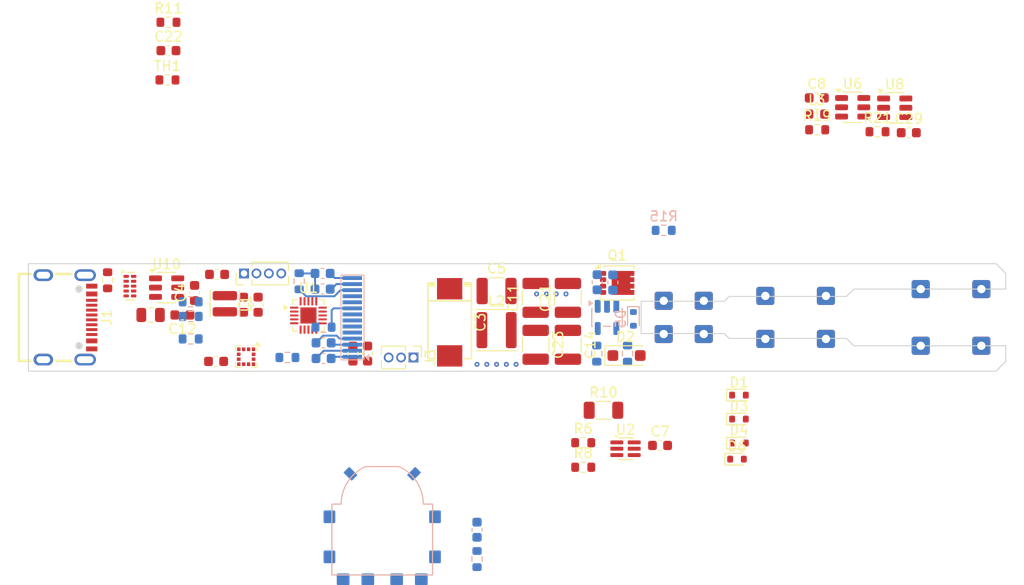
<source format=kicad_pcb>
(kicad_pcb
	(version 20241229)
	(generator "pcbnew")
	(generator_version "9.0")
	(general
		(thickness 1.6)
		(legacy_teardrops no)
	)
	(paper "A4")
	(layers
		(0 "F.Cu" signal)
		(4 "In1.Cu" signal)
		(6 "In2.Cu" signal)
		(2 "B.Cu" signal)
		(9 "F.Adhes" user "F.Adhesive")
		(11 "B.Adhes" user "B.Adhesive")
		(13 "F.Paste" user)
		(15 "B.Paste" user)
		(5 "F.SilkS" user "F.Silkscreen")
		(7 "B.SilkS" user "B.Silkscreen")
		(1 "F.Mask" user)
		(3 "B.Mask" user)
		(17 "Dwgs.User" user "User.Drawings")
		(19 "Cmts.User" user "User.Comments")
		(21 "Eco1.User" user "User.Eco1")
		(23 "Eco2.User" user "User.Eco2")
		(25 "Edge.Cuts" user)
		(27 "Margin" user)
		(31 "F.CrtYd" user "F.Courtyard")
		(29 "B.CrtYd" user "B.Courtyard")
		(35 "F.Fab" user)
		(33 "B.Fab" user)
		(39 "User.1" user)
		(41 "User.2" user)
		(43 "User.3" user)
		(45 "User.4" user)
	)
	(setup
		(stackup
			(layer "F.SilkS"
				(type "Top Silk Screen")
				(color "Black")
			)
			(layer "F.Paste"
				(type "Top Solder Paste")
			)
			(layer "F.Mask"
				(type "Top Solder Mask")
				(color "White")
				(thickness 0.01)
			)
			(layer "F.Cu"
				(type "copper")
				(thickness 0.035)
			)
			(layer "dielectric 1"
				(type "prepreg")
				(thickness 0.1)
				(material "FR4")
				(epsilon_r 4.5)
				(loss_tangent 0.02)
			)
			(layer "In1.Cu"
				(type "copper")
				(thickness 0.035)
			)
			(layer "dielectric 2"
				(type "core")
				(thickness 1.24)
				(material "FR4")
				(epsilon_r 4.5)
				(loss_tangent 0.02)
			)
			(layer "In2.Cu"
				(type "copper")
				(thickness 0.035)
			)
			(layer "dielectric 3"
				(type "prepreg")
				(thickness 0.1)
				(material "FR4")
				(epsilon_r 4.5)
				(loss_tangent 0.02)
			)
			(layer "B.Cu"
				(type "copper")
				(thickness 0.035)
			)
			(layer "B.Mask"
				(type "Bottom Solder Mask")
				(thickness 0.01)
			)
			(layer "B.Paste"
				(type "Bottom Solder Paste")
			)
			(layer "B.SilkS"
				(type "Bottom Silk Screen")
			)
			(copper_finish "None")
			(dielectric_constraints no)
		)
		(pad_to_mask_clearance 0)
		(allow_soldermask_bridges_in_footprints no)
		(tenting front back)
		(grid_origin 100.5 158.2)
		(pcbplotparams
			(layerselection 0x00000000_00000000_55555555_5755f5ff)
			(plot_on_all_layers_selection 0x00000000_00000000_00000000_00000000)
			(disableapertmacros no)
			(usegerberextensions no)
			(usegerberattributes yes)
			(usegerberadvancedattributes yes)
			(creategerberjobfile yes)
			(dashed_line_dash_ratio 12.000000)
			(dashed_line_gap_ratio 3.000000)
			(svgprecision 4)
			(plotframeref no)
			(mode 1)
			(useauxorigin no)
			(hpglpennumber 1)
			(hpglpenspeed 20)
			(hpglpendiameter 15.000000)
			(pdf_front_fp_property_popups yes)
			(pdf_back_fp_property_popups yes)
			(pdf_metadata yes)
			(pdf_single_document no)
			(dxfpolygonmode yes)
			(dxfimperialunits yes)
			(dxfusepcbnewfont yes)
			(psnegative no)
			(psa4output no)
			(plot_black_and_white yes)
			(sketchpadsonfab no)
			(plotpadnumbers no)
			(hidednponfab no)
			(sketchdnponfab yes)
			(crossoutdnponfab yes)
			(subtractmaskfromsilk no)
			(outputformat 1)
			(mirror no)
			(drillshape 1)
			(scaleselection 1)
			(outputdirectory "")
		)
	)
	(net 0 "")
	(net 1 "+3.3V")
	(net 2 "GND")
	(net 3 "VBUS")
	(net 4 "Net-(U10-SW)")
	(net 5 "Net-(U10-BST)")
	(net 6 "/BTN")
	(net 7 "/ENC_B")
	(net 8 "Net-(D3-K)")
	(net 9 "/TC_FB")
	(net 10 "/BOOTSEL")
	(net 11 "/SCL")
	(net 12 "/DISP_NRST")
	(net 13 "/SDA")
	(net 14 "/ENC_A")
	(net 15 "/BLUE")
	(net 16 "/D-")
	(net 17 "Net-(D1-A)")
	(net 18 "/HEATER_ON")
	(net 19 "Net-(D5-K)")
	(net 20 "/CC2")
	(net 21 "/CC1")
	(net 22 "/LED_RING")
	(net 23 "/VBUS_FB")
	(net 24 "/CURR_FB")
	(net 25 "unconnected-(U1-PB12-Pad15)")
	(net 26 "unconnected-(U2-REF-Pad1)")
	(net 27 "Net-(J4-Pin_13)")
	(net 28 "Net-(J4-Pin_2)")
	(net 29 "Net-(J4-Pin_1)")
	(net 30 "Net-(J4-Pin_4)")
	(net 31 "Net-(J4-Pin_3)")
	(net 32 "Net-(J4-Pin_14)")
	(net 33 "Net-(U7--)")
	(net 34 "Net-(J1-SHIELD)")
	(net 35 "unconnected-(J4-Pin_6-Pad6)")
	(net 36 "Net-(J4-Pin_12)")
	(net 37 "/RED")
	(net 38 "unconnected-(U5-~{CS}-Pad10)")
	(net 39 "/JDP")
	(net 40 "/JDN")
	(net 41 "unconnected-(U3-NC-Pad6)")
	(net 42 "unconnected-(U3-NC-Pad10)")
	(net 43 "unconnected-(U3-NC-Pad7)")
	(net 44 "unconnected-(U3-NC-Pad9)")
	(net 45 "Net-(J4-Pin_9)")
	(net 46 "unconnected-(U1-PA4-Pad6)")
	(net 47 "/VDRIVE")
	(net 48 "/NTC")
	(net 49 "Net-(D6-K)")
	(net 50 "unconnected-(U5-INT1-Pad5)")
	(net 51 "unconnected-(U5-INT2-Pad6)")
	(net 52 "unconnected-(U11-Pad0)")
	(net 53 "Net-(U2-IN-)")
	(net 54 "Net-(Q1-G)")
	(net 55 "unconnected-(U11-Pad0)_1")
	(net 56 "unconnected-(U11-Pad0)_2")
	(net 57 "unconnected-(U11-Pad0)_3")
	(net 58 "unconnected-(U11-Pad0)_4")
	(net 59 "unconnected-(U11-Pad0)_5")
	(net 60 "/VDRIVE_ON")
	(net 61 "Net-(U6-FB)")
	(net 62 "unconnected-(U6-NC-Pad6)")
	(net 63 "unconnected-(U1-PA3-Pad5)")
	(net 64 "/VDRV")
	(footprint "Capacitor_SMD:C_0603_1608Metric" (layer "F.Cu") (at 165.125 165.8))
	(footprint "Connector_Wire:SolderWire-0.25sqmm_1x01_D0.65mm_OD1.7mm" (layer "F.Cu") (at 182.1 150.5 90))
	(footprint "Capacitor_SMD:C_1210_3225Metric" (layer "F.Cu") (at 155.7 155.5 -90))
	(footprint "Capacitor_SMD:C_0603_1608Metric" (layer "F.Cu") (at 122.5 151.4 -90))
	(footprint "Capacitor_SMD:C_0603_1608Metric" (layer "F.Cu") (at 117.5 150.2 90))
	(footprint "Inductor_SMD:L_0603_1608Metric" (layer "F.Cu") (at 181.1625 131.9))
	(footprint "Package_SON:USON-10_2.5x1.0mm_P0.5mm" (layer "F.Cu") (at 110.885 149.5))
	(footprint "Capacitor_SMD:C_0603_1608Metric" (layer "F.Cu") (at 181.1625 130.24))
	(footprint "Connector_Wire:SolderWire-0.25sqmm_1x01_D0.65mm_OD1.7mm" (layer "F.Cu") (at 169.6 154.4 90))
	(footprint "Package_SON:VSON-8_3.3x3.3mm_P0.65mm_NexFET" (layer "F.Cu") (at 160.74 149.17))
	(footprint "Capacitor_SMD:C_1210_3225Metric" (layer "F.Cu") (at 148.4 150))
	(footprint "Connector_Wire:SolderWire-0.25sqmm_1x01_D0.65mm_OD1.7mm" (layer "F.Cu") (at 198 155.6 90))
	(footprint "Capacitor_SMD:C_0603_1608Metric" (layer "F.Cu") (at 135.2 156.4 -90))
	(footprint "Inductor_SMD:L_Changjiang_FTC252012S" (layer "F.Cu") (at 120.6 151.3 -90))
	(footprint "Connector_Wire:SolderWire-0.25sqmm_1x01_D0.65mm_OD1.7mm" (layer "F.Cu") (at 165.5 151 90))
	(footprint "Resistor_SMD:R_0603_1608Metric" (layer "F.Cu") (at 181.2 133.5))
	(footprint "Connector_Wire:SolderWire-0.25sqmm_1x01_D0.65mm_OD1.7mm" (layer "F.Cu") (at 191.8 155.6 90))
	(footprint "Capacitor_SMD:C_0603_1608Metric" (layer "F.Cu") (at 190.575 133.8))
	(footprint "Connector_Wire:SolderWire-0.25sqmm_1x01_D0.65mm_OD1.7mm" (layer "F.Cu") (at 182.1 154.9 90))
	(footprint "Custom:USB-C-SMD_U263-163N-4GS1735" (layer "F.Cu") (at 104.5 152.7 -90))
	(footprint "Diode_SMD:D_SOD-523" (layer "F.Cu") (at 173 167.2))
	(footprint "Connector_Wire:SolderWire-0.25sqmm_1x01_D0.65mm_OD1.7mm" (layer "F.Cu") (at 175.9 150.5 90))
	(footprint "Connector_Wire:SolderWire-0.25sqmm_1x01_D0.65mm_OD1.7mm" (layer "F.Cu") (at 175.9 154.9 90))
	(footprint "Resistor_SMD:R_0603_1608Metric" (layer "F.Cu") (at 157.2625 165.52))
	(footprint "Capacitor_SMD:C_0603_1608Metric" (layer "F.Cu") (at 133.7 156.4 -90))
	(footprint "Package_TO_SOT_SMD:SOT-23-6" (layer "F.Cu") (at 189.1375 131.25))
	(footprint "Diode_SMD:D_SOD-123F" (layer "F.Cu") (at 161.7 156.6))
	(footprint "Connector_PinHeader_1.27mm:PinHeader_1x03_P1.27mm_Vertical" (layer "F.Cu") (at 139.9 156.8 -90))
	(footprint "Capacitor_SMD:C_0603_1608Metric" (layer "F.Cu") (at 116.25 152.45 180))
	(footprint "Diode_SMD:D_SOD-523" (layer "F.Cu") (at 173.2 160.65))
	(footprint "Capacitor_SMD:C_1210_3225Metric" (layer "F.Cu") (at 155.7 150.7 90))
	(footprint "Package_DFN_QFN:QFN-20-1EP_3x3mm_P0.4mm_EP1.65x1.65mm" (layer "F.Cu") (at 129.15 152.5))
	(footprint "Package_LGA:LGA-12_2x2mm_P0.5mm" (layer "F.Cu") (at 122.7775 156.7225 -90))
	(footprint "Connector_Wire:SolderWire-0.25sqmm_1x01_D0.65mm_OD1.7mm" (layer "F.Cu") (at 198 149.8 90))
	(footprint "Connector_PinHeader_1.27mm:PinHeader_1x04_P1.27mm_Vertical" (layer "F.Cu") (at 122.56 148.2 90))
	(footprint "Custom:CP-SMD_L7.3-W4.3-FD" (layer "F.Cu") (at 143.6 153.2 -90))
	(footprint "Connector_Wire:SolderWire-0.25sqmm_1x01_D0.65mm_OD1.7mm" (layer "F.Cu") (at 165.5 154.4 90))
	(footprint "Capacitor_SMD:C_0603_1608Metric" (layer "F.Cu") (at 119.7 157.2 180))
	(footprint "Resistor_SMD:R_0603_1608Metric" (layer "F.Cu") (at 157.2625 168.03))
	(footprint "Resistor_SMD:R_0603_1608Metric" (layer "F.Cu") (at 114.825 122.5))
	(footprint "Capacitor_SMD:C_0603_1608Metric" (layer "F.Cu") (at 124 151.4 -90))
	(footprint "Capacitor_SMD:C_1210_3225Metric" (layer "F.Cu") (at 152.4 150.7 90))
	(footprint "Connector_Wire:SolderWire-0.25sqmm_1x01_D0.65mm_OD1.7mm" (layer "F.Cu") (at 169.6 151 90))
	(footprint "Capacitor_SMD:C_0603_1608Metric" (layer "F.Cu") (at 119.8 148.3 180))
	(footprint "Diode_SMD:D_SOD-523" (layer "F.Cu") (at 173.2 163.1))
	(footprint "Package_TO_SOT_SMD:SOT-23-6" (layer "F.Cu") (at 184.8375 131.2))
	(footprint "Connector_Wire:SolderWire-0.25sqmm_1x01_D0.65mm_OD1.7mm"
		(layer "F.Cu")
		(uuid "c3ad0d4e-7a2e-4ac5-a05b-6b4a301b545b")
		(at 191.8 149.8 90)
		(descr "Soldered wire connection, for a single 0.25 mm² wire, basic insulation, conductor diameter 0.65mm, outer diameter 1.7mm, size source Multi-Contact FLEXI-E_0.25 (https://www.staubli.com/content/dam/ecs/catalogs-brochures/TM/CAB-Main-11014119-en.pdf#page=9), bend radius 3 times outer diameter, generated with kicad-footprint-generator")
		(tags "connector wire 0.25sqmm")
		(property "Reference" "J13"
			(at 0 -2.12 90)
			(layer "F.SilkS")
			(hide yes)
			(uuid "30489e82-40bc-4f27-be1f-db861d054dab")
			(effects
				(font
					(size 1 1)
					(thickness 0.15)
				)
			)
		)
		(property "Value" "TIP_G"
			(at 0 2.12 90)
			(layer "F.Fab")
			(uuid "b5c1e14d-a45f-45fb-b383-6b0841eb35cb")
			(effects
				(font
					(size 1 1)
					(thickness 0.15)
				)
			)
		)
		(property "Datasheet" "~"
			(at 0 0 90)
			(layer "F.Fab")
			(hide yes)
			(uuid "f598caf4-48a8-4370-b899-ec83b7e6c4e6")
			(effects
				(font
					(size 1.27 1.27)
					(thickness 0.15)
				)
			)
		)
		(property "Description" "Generic connector, single row, 01x01, script generated (kicad-library-utils/schlib/autogen/connector/)"
			(at 0 0 90)
			(layer "F.Fab")
			(hide yes)
			(uuid "076da915-d3f9-4da8-ae98-ce0d314c9563")
			(effects
				(font
					(size 1.27 1.27)
					(thickness 0.15)
				)
			)
		)
		(property ki_fp_filters "Connector*:*_1x??_*")
		(path "/dcdaa0dc-4397-4817-9cae-eaef69ae7bdd")
		(sheetname "/")
		(sheetfile "usbc_soldering_iron.kicad_sch")
		(attr exclude_from_pos_files)
		(fp_rect
			(start -1.6 -1.42)
			(end 1.6 1.42)
			(stroke
				(width 0.05)
				(type solid)
			)
			(fill no)
			(layer "F.CrtYd")
			(uuid "5596072d-9954-45f7-972a-6d72db647474")
		)
		(fp_circle
			(center 0 0)
			(end 0.85 0)
			(stroke
				(width 0.1)
				(type solid)
			)
			(fill no)
			(layer "F.Fab")
			(uuid "f4f8c78f-d868-4fac-8d78-3d1431ec99c7")
		)
		(fp_text user "${REFERENCE}"
			(at 0 0 90)
			(layer "F.Fab")
			(uuid "dd2de8d2-83a5-49bf-a00d-c684a83a9f09")
			(effects
				(font
					(size 0.42 0.42)
					(thickness 0.06)
				)
			)
		)
		(pad "1" thru_hole roundrect
			(at 0 0 90)
			(size 1.85 1.85)
			(drill 0.85)
			(layers "*.Cu" "*.Mask")
			(remove_unused_layers no)
			(roundrect_rratio 0.135135)
			(
... [192244 chars truncated]
</source>
